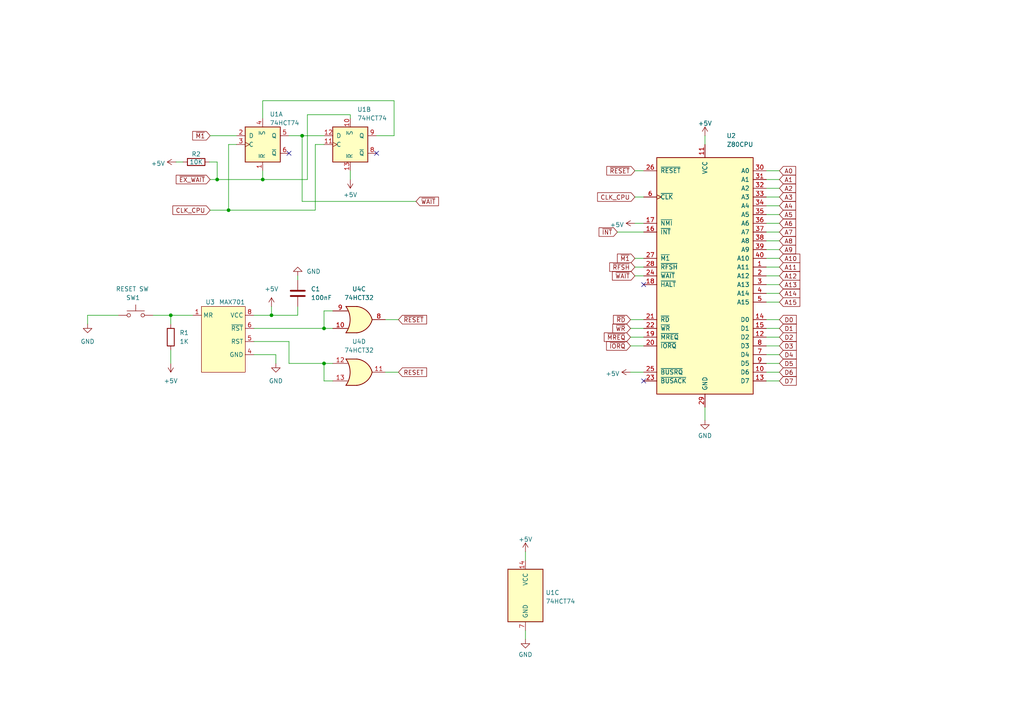
<source format=kicad_sch>
(kicad_sch (version 20211123) (generator eeschema)
  (paper "A4")
  (title_block (title "MSX One") (date "2024-12-28") (rev "v1.0") (company "Gabbard") (comment 1 "MSX One"))
  (lib_symbols
    (symbol "74xx:74LS32" (pin_names (offset 1.016))
      (property "Reference" "U" (at 0 1.27 0))
      (property "Value" "74LS32" (at 0 -1.27 0))
      (symbol "74LS32_1_1"
        (arc (start -3.81 -3.81) (mid -2.589 0) (end -3.81 3.81) (stroke (width 0.254)))
        (arc (start -0.6096 -3.81) (mid 2.1842 -2.5851) (end 3.81 0) (stroke (width 0.254)) (fill (type background)))
        (polyline (pts (xy -3.81 -3.81) (xy -0.635 -3.81)) (stroke (width 0.254)) (fill (type background)))
        (polyline (pts (xy -3.81 3.81) (xy -0.635 3.81)) (stroke (width 0.254)) (fill (type background)))
        (polyline (pts (xy -0.635 3.81) (xy -3.81 3.81) (xy -3.81 3.81) (xy -3.556 3.4036) (xy -3.0226 2.2606) (xy -2.6924 1.0414) (xy -2.6162 -0.254) (xy -2.7686 -1.4986) (xy -3.175 -2.7178) (xy -3.81 -3.81) (xy -3.81 -3.81) (xy -0.635 -3.81)) (stroke (width -25.4)) (fill (type background)))
        (arc (start 3.81 0) (mid 2.1915 2.5936) (end -0.6096 3.81) (stroke (width 0.254)) (fill (type background)))
        (pin input line (at -7.62 2.54 0) (length 4.318) (name "~") (number "1"))
        (pin input line (at -7.62 -2.54 0) (length 4.318) (name "~") (number "2"))
        (pin output line (at 7.62 0 180) (length 3.81) (name "~") (number "3"))
      )
      (symbol "74LS32_1_2"
        (arc (start 0 -3.81) (mid 3.81 0) (end 0 3.81) (stroke (width 0.254)) (fill (type background)))
        (polyline (pts (xy 0 3.81) (xy -3.81 3.81) (xy -3.81 -3.81) (xy 0 -3.81)) (stroke (width 0.254)) (fill (type background)))
        (pin input inverted (at -7.62 2.54 0) (length 3.81) (name "~") (number "1"))
        (pin input inverted (at -7.62 -2.54 0) (length 3.81) (name "~") (number "2"))
        (pin output inverted (at 7.62 0 180) (length 3.81) (name "~") (number "3"))
      )
      (symbol "74LS32_2_1"
        (arc (start -3.81 -3.81) (mid -2.589 0) (end -3.81 3.81) (stroke (width 0.254)))
        (arc (start -0.6096 -3.81) (mid 2.1842 -2.5851) (end 3.81 0) (stroke (width 0.254)) (fill (type background)))
        (polyline (pts (xy -3.81 -3.81) (xy -0.635 -3.81)) (stroke (width 0.254)) (fill (type background)))
        (polyline (pts (xy -3.81 3.81) (xy -0.635 3.81)) (stroke (width 0.254)) (fill (type background)))
        (polyline (pts (xy -0.635 3.81) (xy -3.81 3.81) (xy -3.81 3.81) (xy -3.556 3.4036) (xy -3.0226 2.2606) (xy -2.6924 1.0414) (xy -2.6162 -0.254) (xy -2.7686 -1.4986) (xy -3.175 -2.7178) (xy -3.81 -3.81) (xy -3.81 -3.81) (xy -0.635 -3.81)) (stroke (width -25.4)) (fill (type background)))
        (arc (start 3.81 0) (mid 2.1915 2.5936) (end -0.6096 3.81) (stroke (width 0.254)) (fill (type background)))
        (pin input line (at -7.62 2.54 0) (length 4.318) (name "~") (number "4"))
        (pin input line (at -7.62 -2.54 0) (length 4.318) (name "~") (number "5"))
        (pin output line (at 7.62 0 180) (length 3.81) (name "~") (number "6"))
      )
      (symbol "74LS32_2_2"
        (arc (start 0 -3.81) (mid 3.81 0) (end 0 3.81) (stroke (width 0.254)) (fill (type background)))
        (polyline (pts (xy 0 3.81) (xy -3.81 3.81) (xy -3.81 -3.81) (xy 0 -3.81)) (stroke (width 0.254)) (fill (type background)))
        (pin input inverted (at -7.62 2.54 0) (length 3.81) (name "~") (number "4"))
        (pin input inverted (at -7.62 -2.54 0) (length 3.81) (name "~") (number "5"))
        (pin output inverted (at 7.62 0 180) (length 3.81) (name "~") (number "6"))
      )
      (symbol "74LS32_3_1"
        (arc (start -3.81 -3.81) (mid -2.589 0) (end -3.81 3.81) (stroke (width 0.254)))
        (arc (start -0.6096 -3.81) (mid 2.1842 -2.5851) (end 3.81 0) (stroke (width 0.254)) (fill (type background)))
        (polyline (pts (xy -3.81 -3.81) (xy -0.635 -3.81)) (stroke (width 0.254)) (fill (type background)))
        (polyline (pts (xy -3.81 3.81) (xy -0.635 3.81)) (stroke (width 0.254)) (fill (type background)))
        (polyline (pts (xy -0.635 3.81) (xy -3.81 3.81) (xy -3.81 3.81) (xy -3.556 3.4036) (xy -3.0226 2.2606) (xy -2.6924 1.0414) (xy -2.6162 -0.254) (xy -2.7686 -1.4986) (xy -3.175 -2.7178) (xy -3.81 -3.81) (xy -3.81 -3.81) (xy -0.635 -3.81)) (stroke (width -25.4)) (fill (type background)))
        (arc (start 3.81 0) (mid 2.1915 2.5936) (end -0.6096 3.81) (stroke (width 0.254)) (fill (type background)))
        (pin input line (at -7.62 -2.54 0) (length 4.318) (name "~") (number "10"))
        (pin output line (at 7.62 0 180) (length 3.81) (name "~") (number "8"))
        (pin input line (at -7.62 2.54 0) (length 4.318) (name "~") (number "9"))
      )
      (symbol "74LS32_3_2"
        (arc (start 0 -3.81) (mid 3.81 0) (end 0 3.81) (stroke (width 0.254)) (fill (type background)))
        (polyline (pts (xy 0 3.81) (xy -3.81 3.81) (xy -3.81 -3.81) (xy 0 -3.81)) (stroke (width 0.254)) (fill (type background)))
        (pin input inverted (at -7.62 -2.54 0) (length 3.81) (name "~") (number "10"))
        (pin output inverted (at 7.62 0 180) (length 3.81) (name "~") (number "8"))
        (pin input inverted (at -7.62 2.54 0) (length 3.81) (name "~") (number "9"))
      )
      (symbol "74LS32_4_1"
        (arc (start -3.81 -3.81) (mid -2.589 0) (end -3.81 3.81) (stroke (width 0.254)))
        (arc (start -0.6096 -3.81) (mid 2.1842 -2.5851) (end 3.81 0) (stroke (width 0.254)) (fill (type background)))
        (polyline (pts (xy -3.81 -3.81) (xy -0.635 -3.81)) (stroke (width 0.254)) (fill (type background)))
        (polyline (pts (xy -3.81 3.81) (xy -0.635 3.81)) (stroke (width 0.254)) (fill (type background)))
        (polyline (pts (xy -0.635 3.81) (xy -3.81 3.81) (xy -3.81 3.81) (xy -3.556 3.4036) (xy -3.0226 2.2606) (xy -2.6924 1.0414) (xy -2.6162 -0.254) (xy -2.7686 -1.4986) (xy -3.175 -2.7178) (xy -3.81 -3.81) (xy -3.81 -3.81) (xy -0.635 -3.81)) (stroke (width -25.4)) (fill (type background)))
        (arc (start 3.81 0) (mid 2.1915 2.5936) (end -0.6096 3.81) (stroke (width 0.254)) (fill (type background)))
        (pin output line (at 7.62 0 180) (length 3.81) (name "~") (number "11"))
        (pin input line (at -7.62 2.54 0) (length 4.318) (name "~") (number "12"))
        (pin input line (at -7.62 -2.54 0) (length 4.318) (name "~") (number "13"))
      )
      (symbol "74LS32_4_2"
        (arc (start 0 -3.81) (mid 3.81 0) (end 0 3.81) (stroke (width 0.254)) (fill (type background)))
        (polyline (pts (xy 0 3.81) (xy -3.81 3.81) (xy -3.81 -3.81) (xy 0 -3.81)) (stroke (width 0.254)) (fill (type background)))
        (pin output inverted (at 7.62 0 180) (length 3.81) (name "~") (number "11"))
        (pin input inverted (at -7.62 2.54 0) (length 3.81) (name "~") (number "12"))
        (pin input inverted (at -7.62 -2.54 0) (length 3.81) (name "~") (number "13"))
      )
      (symbol "74LS32_5_0"
        (pin power_in line (at 0 12.7 270) (length 5.08) (name "VCC") (number "14"))
        (pin power_in line (at 0 -12.7 90) (length 5.08) (name "GND") (number "7"))
      )
      (symbol "74LS32_5_1"
        (rectangle (start -5.08 7.62) (end 5.08 -7.62) (stroke (width 0.254)) (fill (type background)))
      )
    )
    (symbol "74xx:74LS74" (pin_names (offset 1.016))
      (property "Reference" "U" (at -7.62 8.89 0))
      (property "Value" "74LS74" (at -7.62 -8.89 0))
      (symbol "74LS74_1_0"
        (pin input line (at 0 -7.62 90) (length 2.54) (name "~{R}") (number "1"))
        (pin input line (at -7.62 2.54 0) (length 2.54) (name "D") (number "2"))
        (pin input clock (at -7.62 0 0) (length 2.54) (name "C") (number "3"))
        (pin input line (at 0 7.62 270) (length 2.54) (name "~{S}") (number "4"))
        (pin output line (at 7.62 2.54 180) (length 2.54) (name "Q") (number "5"))
        (pin output line (at 7.62 -2.54 180) (length 2.54) (name "~{Q}") (number "6"))
      )
      (symbol "74LS74_1_1"
        (rectangle (start -5.08 5.08) (end 5.08 -5.08) (stroke (width 0.254)) (fill (type background)))
      )
      (symbol "74LS74_2_0"
        (pin input line (at 0 7.62 270) (length 2.54) (name "~{S}") (number "10"))
        (pin input clock (at -7.62 0 0) (length 2.54) (name "C") (number "11"))
        (pin input line (at -7.62 2.54 0) (length 2.54) (name "D") (number "12"))
        (pin input line (at 0 -7.62 90) (length 2.54) (name "~{R}") (number "13"))
        (pin output line (at 7.62 -2.54 180) (length 2.54) (name "~{Q}") (number "8"))
        (pin output line (at 7.62 2.54 180) (length 2.54) (name "Q") (number "9"))
      )
      (symbol "74LS74_2_1"
        (rectangle (start -5.08 5.08) (end 5.08 -5.08) (stroke (width 0.254)) (fill (type background)))
      )
      (symbol "74LS74_3_0"
        (pin power_in line (at 0 10.16 270) (length 2.54) (name "VCC") (number "14"))
        (pin power_in line (at 0 -10.16 90) (length 2.54) (name "GND") (number "7"))
      )
      (symbol "74LS74_3_1"
        (rectangle (start -5.08 7.62) (end 5.08 -7.62) (stroke (width 0.254)) (fill (type background)))
      )
    )
    (symbol "CPU:Z80CPU" (pin_names (offset 1.016))
      (property "Reference" "U" (at -13.97 35.56 0))
      (property "Value" "Z80CPU" (at 6.35 35.56 0))
      (symbol "Z80CPU_0_1"
        (rectangle (start -13.97 34.29) (end 13.97 -34.29) (stroke (width 0.254)) (fill (type background)))
      )
      (symbol "Z80CPU_1_1"
        (pin output line (at 17.78 2.54 180) (length 3.81) (name "A11") (number "1"))
        (pin bidirectional line (at 17.78 -27.94 180) (length 3.81) (name "D6") (number "10"))
        (pin power_in line (at 0 38.1 270) (length 3.81) (name "VCC") (number "11"))
        (pin bidirectional line (at 17.78 -17.78 180) (length 3.81) (name "D2") (number "12"))
        (pin bidirectional line (at 17.78 -30.48 180) (length 3.81) (name "D7") (number "13"))
        (pin bidirectional line (at 17.78 -12.7 180) (length 3.81) (name "D0") (number "14"))
        (pin bidirectional line (at 17.78 -15.24 180) (length 3.81) (name "D1") (number "15"))
        (pin input line (at -17.78 12.7 0) (length 3.81) (name "~{INT}") (number "16"))
        (pin input line (at -17.78 15.24 0) (length 3.81) (name "~{NMI}") (number "17"))
        (pin output line (at -17.78 -2.54 0) (length 3.81) (name "~{HALT}") (number "18"))
        (pin output line (at -17.78 -17.78 0) (length 3.81) (name "~{MREQ}") (number "19"))
        (pin output line (at 17.78 0 180) (length 3.81) (name "A12") (number "2"))
        (pin output line (at -17.78 -20.32 0) (length 3.81) (name "~{IORQ}") (number "20"))
        (pin output line (at -17.78 -12.7 0) (length 3.81) (name "~{RD}") (number "21"))
        (pin output line (at -17.78 -15.24 0) (length 3.81) (name "~{WR}") (number "22"))
        (pin output line (at -17.78 -30.48 0) (length 3.81) (name "~{BUSACK}") (number "23"))
        (pin input line (at -17.78 0 0) (length 3.81) (name "~{WAIT}") (number "24"))
        (pin input line (at -17.78 -27.94 0) (length 3.81) (name "~{BUSRQ}") (number "25"))
        (pin input line (at -17.78 30.48 0) (length 3.81) (name "~{RESET}") (number "26"))
        (pin output line (at -17.78 5.08 0) (length 3.81) (name "~{M1}") (number "27"))
        (pin output line (at -17.78 2.54 0) (length 3.81) (name "~{RFSH}") (number "28"))
        (pin power_in line (at 0 -38.1 90) (length 3.81) (name "GND") (number "29"))
        (pin output line (at 17.78 -2.54 180) (length 3.81) (name "A13") (number "3"))
        (pin output line (at 17.78 30.48 180) (length 3.81) (name "A0") (number "30"))
        (pin output line (at 17.78 27.94 180) (length 3.81) (name "A1") (number "31"))
        (pin output line (at 17.78 25.4 180) (length 3.81) (name "A2") (number "32"))
        (pin output line (at 17.78 22.86 180) (length 3.81) (name "A3") (number "33"))
        (pin output line (at 17.78 20.32 180) (length 3.81) (name "A4") (number "34"))
        (pin output line (at 17.78 17.78 180) (length 3.81) (name "A5") (number "35"))
        (pin output line (at 17.78 15.24 180) (length 3.81) (name "A6") (number "36"))
        (pin output line (at 17.78 12.7 180) (length 3.81) (name "A7") (number "37"))
        (pin output line (at 17.78 10.16 180) (length 3.81) (name "A8") (number "38"))
        (pin output line (at 17.78 7.62 180) (length 3.81) (name "A9") (number "39"))
        (pin output line (at 17.78 -5.08 180) (length 3.81) (name "A14") (number "4"))
        (pin output line (at 17.78 5.08 180) (length 3.81) (name "A10") (number "40"))
        (pin output line (at 17.78 -7.62 180) (length 3.81) (name "A15") (number "5"))
        (pin input clock (at -17.78 22.86 0) (length 3.81) (name "~{CLK}") (number "6"))
        (pin bidirectional line (at 17.78 -22.86 180) (length 3.81) (name "D4") (number "7"))
        (pin bidirectional line (at 17.78 -20.32 180) (length 3.81) (name "D3") (number "8"))
        (pin bidirectional line (at 17.78 -25.4 180) (length 3.81) (name "D5") (number "9"))
      )
    )
    (symbol "Device:C" (pin_numbers hide) (pin_names (offset 0.254))
      (property "Reference" "C" (at 0.635 2.54 0))
      (property "Value" "C" (at 0.635 -2.54 0))
      (symbol "C_0_1"
        (polyline (pts (xy -2.032 -0.762) (xy 2.032 -0.762)) (stroke (width 0.508)))
        (polyline (pts (xy -2.032 0.762) (xy 2.032 0.762)) (stroke (width 0.508)))
      )
      (symbol "C_1_1"
        (pin passive line (at 0 3.81 270) (length 2.794) (name "~") (number "1"))
        (pin passive line (at 0 -3.81 90) (length 2.794) (name "~") (number "2"))
      )
    )
    (symbol "Device:R" (pin_numbers hide) (pin_names (offset 0))
      (property "Reference" "R" (at 2.032 0 90))
      (property "Value" "R" (at 0 0 90))
      (symbol "R_0_1"
        (rectangle (start -1.016 -2.54) (end 1.016 2.54) (stroke (width 0.254)))
      )
      (symbol "R_1_1"
        (pin passive line (at 0 3.81 270) (length 1.27) (name "~") (number "1"))
        (pin passive line (at 0 -3.81 90) (length 1.27) (name "~") (number "2"))
      )
    )
    (symbol "Power_Supervisor:MAX701"
      (property "Reference" "U3" (at -1.27 6.35 0))
      (property "Value" "MAX701" (at 5.08 6.35 0))
      (symbol "MAX701_0_1"
        (rectangle (start -3.81 5.08) (end 8.89 -13.97) (fill (type background)))
      )
      (symbol "MAX701_1_1"
        (pin input line (at -6.35 2.54 0) (length 2.54) (name "MR") (number "1"))
        (pin power_in line (at 11.43 -8.89 180) (length 2.54) (name "GND") (number "4"))
        (pin output line (at 11.43 -5.08 180) (length 2.54) (name "RST") (number "5"))
        (pin output line (at 11.43 -1.27 180) (length 2.54) (name "~{RST}") (number "6"))
        (pin power_in line (at 11.43 2.54 180) (length 2.54) (name "VCC") (number "8"))
      )
    )
    (symbol "Switch:SW_Push" (pin_numbers hide) (pin_names (offset 1.016) hide)
      (property "Reference" "SW" (at 1.27 2.54 0))
      (property "Value" "SW_Push" (at 0 -1.524 0))
      (symbol "SW_Push_0_1"
        (circle (center -2.032 0) (radius 0.508))
        (polyline (pts (xy 0 1.27) (xy 0 3.048)))
        (polyline (pts (xy 2.54 1.27) (xy -2.54 1.27)))
        (circle (center 2.032 0) (radius 0.508))
        (pin passive line (at -5.08 0 0) (length 2.54) (name "1") (number "1"))
        (pin passive line (at 5.08 0 180) (length 2.54) (name "2") (number "2"))
      )
    )
    (symbol "power:+5V" (power) (pin_names (offset 0))
      (property "Value" "+5V" (at 0 3.556 0))
      (symbol "+5V_0_1"
        (polyline (pts (xy -0.762 1.27) (xy 0 2.54)))
        (polyline (pts (xy 0 0) (xy 0 2.54)))
        (polyline (pts (xy 0 2.54) (xy 0.762 1.27)))
      )
      (symbol "+5V_1_1"
        (pin power_in line (at 0 0 90) (length 0) hide (name "+5V") (number "1"))
      )
    )
    (symbol "power:GND" (power) (pin_names (offset 0))
      (property "Value" "GND" (at 0 -3.81 0))
      (symbol "GND_0_1"
        (polyline (pts (xy 0 0) (xy 0 -1.27) (xy 1.27 -1.27) (xy 0 -2.54) (xy -1.27 -1.27) (xy 0 -1.27)))
      )
      (symbol "GND_1_1"
        (pin power_in line (at 0 0 270) (length 0) hide (name "GND") (number "1"))
      )
    )
  )
  (junction (at 62.992 52.07))
  (junction (at 78.74 91.44))
  (junction (at 93.98 105.41))
  (junction (at 66.294 60.96))
  (junction (at 87.63 39.37))
  (junction (at 93.98 95.25))
  (junction (at 76.2 52.07))
  (junction (at 49.53 91.44))
  (no_connect (at 109.22 44.45))
  (no_connect (at 186.69 110.49))
  (no_connect (at 186.69 82.55))
  (no_connect (at 83.82 44.45))
  (wire (pts (xy 34.29 91.44) (xy 25.4 91.44)))
  (wire (pts (xy 49.53 91.44) (xy 49.53 93.98)))
  (wire (pts (xy 93.98 95.25) (xy 96.52 95.25)))
  (wire (pts (xy 114.3 39.37) (xy 109.22 39.37)))
  (wire (pts (xy 44.45 91.44) (xy 49.53 91.44)))
  (wire (pts (xy 96.52 110.49) (xy 93.98 110.49)))
  (wire (pts (xy 62.992 52.07) (xy 76.2 52.07)))
  (wire (pts (xy 222.25 52.07) (xy 226.06 52.07)))
  (wire (pts (xy 222.25 82.55) (xy 226.06 82.55)))
  (wire (pts (xy 182.88 92.71) (xy 186.69 92.71)))
  (wire (pts (xy 60.96 52.07) (xy 62.992 52.07)))
  (wire (pts (xy 222.25 100.33) (xy 226.06 100.33)))
  (wire (pts (xy 73.66 95.25) (xy 93.98 95.25)))
  (wire (pts (xy 96.52 90.17) (xy 93.98 90.17)))
  (wire (pts (xy 222.25 92.71) (xy 226.06 92.71)))
  (wire (pts (xy 60.706 46.99) (xy 62.992 46.99)))
  (wire (pts (xy 76.2 29.21) (xy 76.2 34.29)))
  (wire (pts (xy 152.4 182.88) (xy 152.4 185.42)))
  (wire (pts (xy 222.25 80.01) (xy 226.06 80.01)))
  (wire (pts (xy 73.66 91.44) (xy 78.74 91.44)))
  (wire (pts (xy 222.25 49.53) (xy 226.06 49.53)))
  (wire (pts (xy 86.36 91.44) (xy 78.74 91.44)))
  (wire (pts (xy 25.4 91.44) (xy 25.4 93.98)))
  (wire (pts (xy 111.76 92.71) (xy 115.57 92.71)))
  (wire (pts (xy 62.992 46.99) (xy 62.992 52.07)))
  (wire (pts (xy 86.36 80.01) (xy 86.36 81.28)))
  (wire (pts (xy 222.25 87.63) (xy 226.06 87.63)))
  (wire (pts (xy 222.25 107.95) (xy 226.06 107.95)))
  (wire (pts (xy 184.15 64.77) (xy 186.69 64.77)))
  (wire (pts (xy 222.25 110.49) (xy 226.06 110.49)))
  (wire (pts (xy 83.82 105.41) (xy 93.98 105.41)))
  (wire (pts (xy 222.25 95.25) (xy 226.06 95.25)))
  (wire (pts (xy 222.25 77.47) (xy 226.06 77.47)))
  (wire (pts (xy 182.88 107.95) (xy 186.69 107.95)))
  (wire (pts (xy 184.15 57.15) (xy 186.69 57.15)))
  (wire (pts (xy 222.25 59.69) (xy 226.06 59.69)))
  (wire (pts (xy 182.88 100.33) (xy 186.69 100.33)))
  (wire (pts (xy 93.98 90.17) (xy 93.98 95.25)))
  (wire (pts (xy 222.25 74.93) (xy 226.06 74.93)))
  (wire (pts (xy 73.66 102.87) (xy 80.01 102.87)))
  (wire (pts (xy 179.07 67.31) (xy 186.69 67.31)))
  (wire (pts (xy 182.88 95.25) (xy 186.69 95.25)))
  (wire (pts (xy 114.3 29.21) (xy 114.3 39.37)))
  (wire (pts (xy 222.25 72.39) (xy 226.06 72.39)))
  (wire (pts (xy 222.25 62.23) (xy 226.06 62.23)))
  (wire (pts (xy 152.4 160.02) (xy 152.4 162.56)))
  (wire (pts (xy 184.15 74.93) (xy 186.69 74.93)))
  (wire (pts (xy 87.63 39.37) (xy 87.63 58.42)))
  (wire (pts (xy 76.2 49.53) (xy 76.2 52.07)))
  (wire (pts (xy 184.15 80.01) (xy 186.69 80.01)))
  (wire (pts (xy 222.25 57.15) (xy 226.06 57.15)))
  (wire (pts (xy 93.98 105.41) (xy 96.52 105.41)))
  (wire (pts (xy 66.294 41.91) (xy 68.58 41.91)))
  (wire (pts (xy 87.63 58.42) (xy 120.65 58.42)))
  (wire (pts (xy 222.25 85.09) (xy 226.06 85.09)))
  (wire (pts (xy 222.25 54.61) (xy 226.06 54.61)))
  (wire (pts (xy 222.25 105.41) (xy 226.06 105.41)))
  (wire (pts (xy 49.53 91.44) (xy 55.88 91.44)))
  (wire (pts (xy 182.88 97.79) (xy 186.69 97.79)))
  (wire (pts (xy 101.6 49.53) (xy 101.6 52.07)))
  (wire (pts (xy 66.294 60.96) (xy 66.294 41.91)))
  (wire (pts (xy 87.63 39.37) (xy 93.98 39.37)))
  (wire (pts (xy 60.96 60.96) (xy 66.294 60.96)))
  (wire (pts (xy 222.25 97.79) (xy 226.06 97.79)))
  (wire (pts (xy 91.44 60.96) (xy 91.44 41.91)))
  (wire (pts (xy 222.25 69.85) (xy 226.06 69.85)))
  (wire (pts (xy 222.25 102.87) (xy 226.06 102.87)))
  (wire (pts (xy 222.25 67.31) (xy 226.06 67.31)))
  (wire (pts (xy 86.36 88.9) (xy 86.36 91.44)))
  (wire (pts (xy 101.6 34.29) (xy 101.6 33.274)))
  (wire (pts (xy 91.44 41.91) (xy 93.98 41.91)))
  (wire (pts (xy 184.15 49.53) (xy 186.69 49.53)))
  (wire (pts (xy 51.054 46.99) (xy 53.086 46.99)))
  (wire (pts (xy 78.74 91.44) (xy 78.74 88.9)))
  (wire (pts (xy 89.154 52.07) (xy 76.2 52.07)))
  (wire (pts (xy 80.01 102.87) (xy 80.01 105.41)))
  (wire (pts (xy 76.2 29.21) (xy 114.3 29.21)))
  (wire (pts (xy 83.82 39.37) (xy 87.63 39.37)))
  (wire (pts (xy 60.96 39.37) (xy 68.58 39.37)))
  (wire (pts (xy 101.6 33.274) (xy 89.154 33.274)))
  (wire (pts (xy 49.53 101.6) (xy 49.53 105.41)))
  (wire (pts (xy 89.154 33.274) (xy 89.154 52.07)))
  (wire (pts (xy 222.25 64.77) (xy 226.06 64.77)))
  (wire (pts (xy 73.66 99.06) (xy 83.82 99.06)))
  (wire (pts (xy 111.76 107.95) (xy 115.57 107.95)))
  (wire (pts (xy 83.82 99.06) (xy 83.82 105.41)))
  (wire (pts (xy 184.15 77.47) (xy 186.69 77.47)))
  (wire (pts (xy 66.294 60.96) (xy 91.44 60.96)))
  (wire (pts (xy 204.47 39.37) (xy 204.47 41.91)))
  (wire (pts (xy 204.47 118.11) (xy 204.47 121.92)))
  (wire (pts (xy 93.98 110.49) (xy 93.98 105.41)))
  (global_label "A11" (shape input) (at 226.06 77.47 0) (property "Intersheet References" "${INTERSHEET_REFS}" (effects hide)))
  (global_label "A15" (shape input) (at 226.06 87.63 0) (property "Intersheet References" "${INTERSHEET_REFS}" (effects hide)))
  (global_label "D5" (shape input) (at 226.06 105.41 0) (property "Intersheet References" "${INTERSHEET_REFS}" (effects hide)))
  (global_label "CLK_CPU" (shape input) (at 60.96 60.96 180) (property "Intersheet References" "${INTERSHEET_REFS}" (effects hide)))
  (global_label "D7" (shape input) (at 226.06 110.49 0) (property "Intersheet References" "${INTERSHEET_REFS}" (effects hide)))
  (global_label "~{IORQ}" (shape input) (at 182.88 100.33 180) (property "Intersheet References" "${INTERSHEET_REFS}" (effects hide)))
  (global_label "~{M1}" (shape input) (at 60.96 39.37 180) (property "Intersheet References" "${INTERSHEET_REFS}" (effects hide)))
  (global_label "A0" (shape input) (at 226.06 49.53 0) (property "Intersheet References" "${INTERSHEET_REFS}" (effects hide)))
  (global_label "~{INT}" (shape input) (at 179.07 67.31 180) (property "Intersheet References" "${INTERSHEET_REFS}" (effects hide)))
  (global_label "A14" (shape input) (at 226.06 85.09 0) (property "Intersheet References" "${INTERSHEET_REFS}" (effects hide)))
  (global_label "A10" (shape input) (at 226.06 74.93 0) (property "Intersheet References" "${INTERSHEET_REFS}" (effects hide)))
  (global_label "A9" (shape input) (at 226.06 72.39 0) (property "Intersheet References" "${INTERSHEET_REFS}" (effects hide)))
  (global_label "~{WAIT}" (shape input) (at 184.15 80.01 180) (property "Intersheet References" "${INTERSHEET_REFS}" (effects hide)))
  (global_label "~{WR}" (shape input) (at 182.88 95.25 180) (property "Intersheet References" "${INTERSHEET_REFS}" (effects hide)))
  (global_label "D3" (shape input) (at 226.06 100.33 0) (property "Intersheet References" "${INTERSHEET_REFS}" (effects hide)))
  (global_label "A1" (shape input) (at 226.06 52.07 0) (property "Intersheet References" "${INTERSHEET_REFS}" (effects hide)))
  (global_label "~{RFSH}" (shape input) (at 184.15 77.47 180) (property "Intersheet References" "${INTERSHEET_REFS}" (effects hide)))
  (global_label "A2" (shape input) (at 226.06 54.61 0) (property "Intersheet References" "${INTERSHEET_REFS}" (effects hide)))
  (global_label "~{EX_WAIT}" (shape input) (at 60.96 52.07 180) (property "Intersheet References" "${INTERSHEET_REFS}" (effects hide)))
  (global_label "~{RD}" (shape input) (at 182.88 92.71 180) (property "Intersheet References" "${INTERSHEET_REFS}" (effects hide)))
  (global_label "~{WAIT}" (shape input) (at 120.65 58.42 0) (property "Intersheet References" "${INTERSHEET_REFS}" (effects hide)))
  (global_label "A12" (shape input) (at 226.06 80.01 0) (property "Intersheet References" "${INTERSHEET_REFS}" (effects hide)))
  (global_label "~{RESET}" (shape input) (at 184.15 49.53 180) (property "Intersheet References" "${INTERSHEET_REFS}" (effects hide)))
  (global_label "D2" (shape input) (at 226.06 97.79 0) (property "Intersheet References" "${INTERSHEET_REFS}" (effects hide)))
  (global_label "A3" (shape input) (at 226.06 57.15 0) (property "Intersheet References" "${INTERSHEET_REFS}" (effects hide)))
  (global_label "A8" (shape input) (at 226.06 69.85 0) (property "Intersheet References" "${INTERSHEET_REFS}" (effects hide)))
  (global_label "CLK_CPU" (shape input) (at 184.15 57.15 180) (property "Intersheet References" "${INTERSHEET_REFS}" (effects hide)))
  (global_label "D0" (shape input) (at 226.06 92.71 0) (property "Intersheet References" "${INTERSHEET_REFS}" (effects hide)))
  (global_label "~{MREQ}" (shape input) (at 182.88 97.79 180) (property "Intersheet References" "${INTERSHEET_REFS}" (effects hide)))
  (global_label "D6" (shape input) (at 226.06 107.95 0) (property "Intersheet References" "${INTERSHEET_REFS}" (effects hide)))
  (global_label "D4" (shape input) (at 226.06 102.87 0) (property "Intersheet References" "${INTERSHEET_REFS}" (effects hide)))
  (global_label "~{M1}" (shape input) (at 184.15 74.93 180) (property "Intersheet References" "${INTERSHEET_REFS}" (effects hide)))
  (global_label "RESET" (shape input) (at 115.57 107.95 0) (property "Intersheet References" "${INTERSHEET_REFS}" (effects hide)))
  (global_label "D1" (shape input) (at 226.06 95.25 0) (property "Intersheet References" "${INTERSHEET_REFS}" (effects hide)))
  (global_label "A7" (shape input) (at 226.06 67.31 0) (property "Intersheet References" "${INTERSHEET_REFS}" (effects hide)))
  (global_label "A6" (shape input) (at 226.06 64.77 0) (property "Intersheet References" "${INTERSHEET_REFS}" (effects hide)))
  (global_label "A5" (shape input) (at 226.06 62.23 0) (property "Intersheet References" "${INTERSHEET_REFS}" (effects hide)))
  (global_label "A13" (shape input) (at 226.06 82.55 0) (property "Intersheet References" "${INTERSHEET_REFS}" (effects hide)))
  (global_label "~{RESET}" (shape input) (at 115.57 92.71 0) (property "Intersheet References" "${INTERSHEET_REFS}" (effects hide)))
  (global_label "A4" (shape input) (at 226.06 59.69 0) (property "Intersheet References" "${INTERSHEET_REFS}" (effects hide)))
  (symbol (lib_id "CPU:Z80CPU") (at 204.47 80.01 0) (unit 1)
    (property "Reference" "U2" (at 212.09 39.37 0))
    (property "Value" "Z80CPU" (at 214.63 41.91 0))
    (property "Footprint" "Package_DIP:DIP-40_W15.24mm_Socket" (effects hide))
    (property "Datasheet" "www.zilog.com/manage_directlink.php?filepath=docs/z80/um0080" (effects hide))
  )
  (symbol (lib_id "power:+5V") (at 51.054 46.99 90) (unit 1)
    (property "Reference" "#PWR0158" (effects hide))
    (property "Value" "+5V" (at 47.8791 47.4238 90) (effects (justify left)))
  )
  (symbol (lib_id "74xx:74LS32") (at 104.14 107.95 0) (unit 4)
    (property "Reference" "U4" (at 104.14 99.06 0))
    (property "Value" "74HCT32" (at 104.14 101.6 0))
    (property "Footprint" "Package_DIP:DIP-14_W7.62mm_Socket" (effects hide))
    (property "Datasheet" "http://www.ti.com/lit/gpn/sn74LS32" (effects hide))
  )
  (symbol (lib_id "power:+5V") (at 49.53 105.41 180) (unit 1)
    (property "Reference" "#PWR0103" (effects hide))
    (property "Value" "+5V" (at 49.53 110.49 0))
  )
  (symbol (lib_id "power:GND") (at 86.36 80.01 180) (unit 1)
    (property "Reference" "#PWR0105" (effects hide))
    (property "Value" "GND" (at 88.9 78.7399 0) (effects (justify right)))
  )
  (symbol (lib_id "power:GND") (at 80.01 105.41 0) (unit 1)
    (property "Reference" "#PWR0102" (effects hide))
    (property "Value" "GND" (at 80.01 110.49 0))
  )
  (symbol (lib_id "74xx:74LS32") (at 104.14 92.71 0) (unit 3)
    (property "Reference" "U4" (at 104.14 83.82 0))
    (property "Value" "74HCT32" (at 104.14 86.36 0))
    (property "Footprint" "Package_DIP:DIP-14_W7.62mm_Socket" (effects hide))
    (property "Datasheet" "http://www.ti.com/lit/gpn/sn74LS32" (effects hide))
  )
  (symbol (lib_id "power:+5V") (at 204.47 39.37 0) (unit 1)
    (property "Reference" "#PWR0116" (effects hide))
    (property "Value" "+5V" (at 204.47 35.7942 0))
  )
  (symbol (lib_id "power:+5V") (at 101.6 52.07 180) (unit 1)
    (property "Reference" "#PWR0135" (effects hide))
    (property "Value" "+5V" (at 101.6 56.5134 0))
  )
  (symbol (lib_id "74xx:74LS74") (at 152.4 172.72 0) (unit 3)
    (property "Reference" "U1" (at 158.242 171.8853 0) (effects (justify left)))
    (property "Value" "74HCT74" (at 158.242 174.4222 0) (effects (justify left)))
    (property "Footprint" "Package_DIP:DIP-14_W7.62mm_Socket" (effects hide))
    (property "Datasheet" "74xx/74hc_hct74.pdf" (effects hide))
  )
  (symbol (lib_id "power:GND") (at 152.4 185.42 0) (unit 1)
    (property "Reference" "#PWR0180" (effects hide))
    (property "Value" "GND" (at 152.4 189.8634 0))
  )
  (symbol (lib_id "power:GND") (at 25.4 93.98 0) (unit 1)
    (property "Reference" "#PWR0101" (effects hide))
    (property "Value" "GND" (at 25.4 99.06 0))
  )
  (symbol (lib_id "power:+5V") (at 78.74 88.9 0) (unit 1)
    (property "Reference" "#PWR0104" (effects hide))
    (property "Value" "+5V" (at 78.74 83.82 0))
  )
  (symbol (lib_id "Switch:SW_Push") (at 39.37 91.44 0) (unit 1)
    (property "Reference" "SW1" (at 40.64 86.36 0) (effects (justify right)))
    (property "Value" "RESET SW" (at 43.18 83.82 0) (effects (justify right)))
    (property "Footprint" "Button_Switch_THT:SW_Tactile_SPST_Angled_PTS645Vx83-2LFS" (effects hide))
  )
  (symbol (lib_id "power:+5V") (at 184.15 64.77 90) (unit 1)
    (property "Reference" "#PWR0134" (effects hide))
    (property "Value" "+5V" (at 180.9751 65.2038 90) (effects (justify left)))
  )
  (symbol (lib_id "Device:R") (at 56.896 46.99 90) (unit 1)
    (property "Reference" "R2" (at 56.896 44.704 90))
    (property "Value" "10K" (at 56.896 46.99 90))
    (property "Footprint" "Resistor_THT:R_Axial_DIN0204_L3.6mm_D1.6mm_P7.62mm_Horizontal" (effects hide))
  )
  (symbol (lib_id "Power_Supervisor:MAX701") (at 62.23 93.98 0) (unit 1)
    (property "Reference" "U3" (at 60.96 87.63 0))
    (property "Value" "MAX701" (at 67.31 87.63 0))
    (property "Footprint" "Package_DIP:DIP-8_W7.62mm_Socket" (effects hide))
  )
  (symbol (lib_id "power:+5V") (at 182.88 107.95 90) (unit 1)
    (property "Reference" "#PWR0136" (effects hide))
    (property "Value" "+5V" (at 179.7051 108.3838 90) (effects (justify left)))
  )
  (symbol (lib_id "Device:R") (at 49.53 97.79 180) (unit 1)
    (property "Reference" "R1" (at 52.07 96.5199 0) (effects (justify right)))
    (property "Value" "1K" (at 52.07 99.0599 0) (effects (justify right)))
    (property "Footprint" "Resistor_THT:R_Axial_DIN0204_L3.6mm_D1.6mm_P7.62mm_Horizontal" (effects hide))
  )
  (symbol (lib_id "power:GND") (at 204.47 121.92 0) (unit 1)
    (property "Reference" "#PWR0117" (effects hide))
    (property "Value" "GND" (at 204.47 126.3634 0))
  )
  (symbol (lib_id "74xx:74LS74") (at 101.6 41.91 0) (unit 2)
    (property "Reference" "U1" (at 103.6194 31.75 0) (effects (justify left)))
    (property "Value" "74HCT74" (at 103.6194 34.29 0) (effects (justify left)))
    (property "Footprint" "Package_DIP:DIP-14_W7.62mm_Socket" (effects hide))
    (property "Datasheet" "74xx/74hc_hct74.pdf" (effects hide))
  )
  (symbol (lib_id "Device:C") (at 86.36 85.09 0) (unit 1)
    (property "Reference" "C1" (at 90.17 83.8199 0) (effects (justify left)))
    (property "Value" "100nF" (at 90.17 86.3599 0) (effects (justify left)))
    (property "Footprint" "Capacitor_THT:C_Disc_D4.3mm_W1.9mm_P5.00mm" (effects hide))
  )
  (symbol (lib_id "power:+5V") (at 152.4 160.02 0) (unit 1)
    (property "Reference" "#PWR0181" (effects hide))
    (property "Value" "+5V" (at 152.4 156.4442 0))
  )
  (symbol (lib_id "74xx:74LS74") (at 76.2 41.91 0) (unit 1)
    (property "Reference" "U1" (at 78.2194 33.1302 0) (effects (justify left)))
    (property "Value" "74HCT74" (at 78.2194 35.6671 0) (effects (justify left)))
    (property "Footprint" "Package_DIP:DIP-14_W7.62mm_Socket" (effects hide))
    (property "Datasheet" "74xx/74hc_hct74.pdf" (effects hide))
  )
)
</source>
